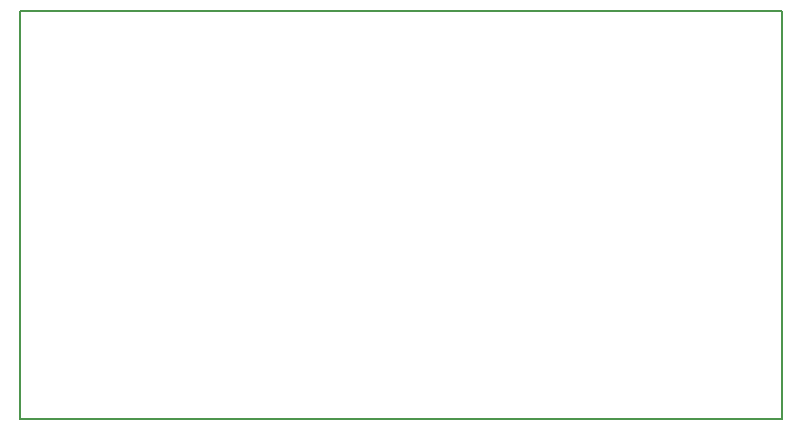
<source format=gbr>
G04 #@! TF.FileFunction,Profile,NP*
%FSLAX46Y46*%
G04 Gerber Fmt 4.6, Leading zero omitted, Abs format (unit mm)*
G04 Created by KiCad (PCBNEW 4.0.6+dfsg1-1) date Sun Nov 19 12:37:41 2017*
%MOMM*%
%LPD*%
G01*
G04 APERTURE LIST*
%ADD10C,0.100000*%
%ADD11C,0.150000*%
G04 APERTURE END LIST*
D10*
D11*
X64516000Y0D02*
X0Y0D01*
X64516000Y34544000D02*
X64516000Y0D01*
X0Y34544000D02*
X64516000Y34544000D01*
X0Y0D02*
X0Y34544000D01*
M02*

</source>
